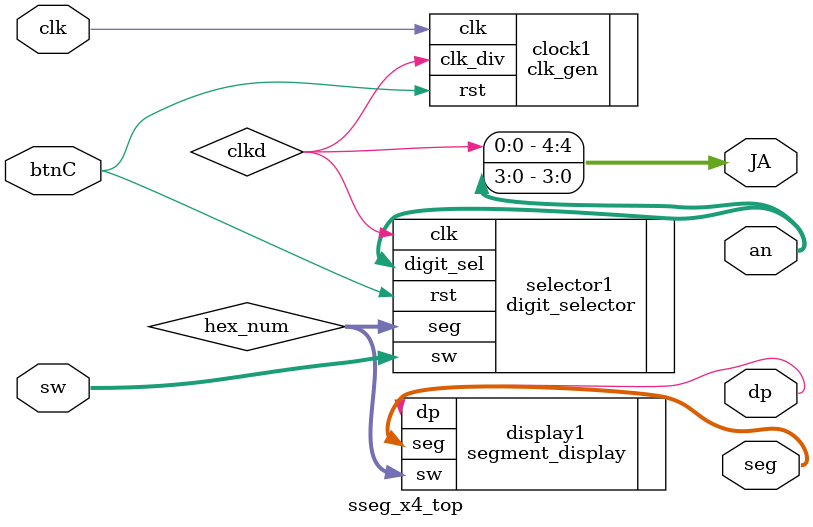
<source format=v>
`timescale 1ns / 1ps


module sseg_x4_top(
    input [15:0] sw,
    input btnC,
    input clk,
    output [6:0] seg,
    output [3:0] an,
    output dp,
    output [4:0] JA
    );
    wire clkd;
    wire [3:0] an1;
    wire [3:0] hex_num;
    
    assign JA[4] = clkd;
    assign JA[3:0] = an;
    
    clk_gen clock1(.clk(clk),.rst(btnC),.clk_div(clkd));
    digit_selector selector1(.clk(clkd), .rst(btnC), .sw(sw), .digit_sel(an), .seg(hex_num));
    segment_display display1(.sw(hex_num), .seg(seg), .dp(dp));
    
    
    
endmodule
</source>
